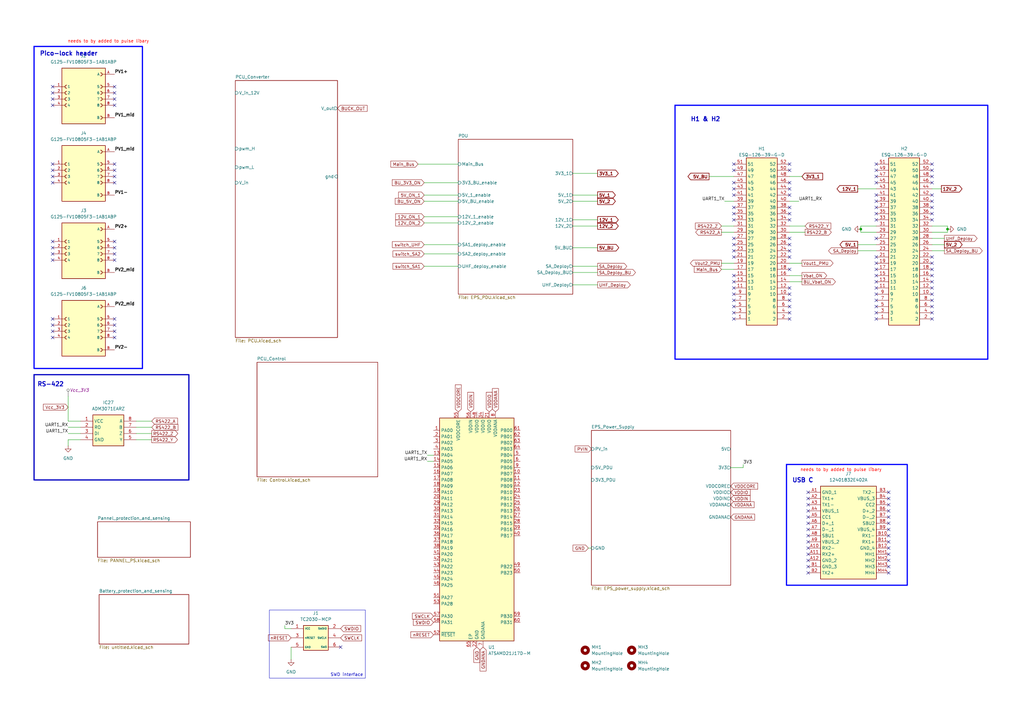
<source format=kicad_sch>
(kicad_sch (version 20250114) (generator "eeschema") (generator_version "9.0")
  (paper "A3")
  (title_block (title "PULSE - EPS") (date "2025-11-27") (rev "v4") (company "EPFL Spacecraft Team"))
  (lib_symbols
    (symbol "12401832E402A:12401832E402A"
      (property "Reference" "J" (at 29.21 7.62 0))
      (property "Value" "12401832E402A" (at 29.21 5.08 0))
      (symbol "12401832E402A_1_1"
        (rectangle (start 5.08 2.54) (end 27.94 -35.56) (stroke (width 0.254)) (fill (type background)))
        (pin passive line (at 0 0 0) (length 5.08) (name "GND_1") (number "A1"))
        (pin passive line (at 0 -2.54 0) (length 5.08) (name "TX1+") (number "A2"))
        (pin passive line (at 0 -5.08 0) (length 5.08) (name "TX1-") (number "A3"))
        (pin passive line (at 0 -7.62 0) (length 5.08) (name "VBUS_1") (number "A4"))
        (pin passive line (at 0 -10.16 0) (length 5.08) (name "CC1") (number "A5"))
        (pin passive line (at 0 -12.7 0) (length 5.08) (name "D+_1") (number "A6"))
        (pin passive line (at 0 -15.24 0) (length 5.08) (name "D-_1") (number "A7"))
        (pin passive line (at 0 -17.78 0) (length 5.08) (name "SBU1") (number "A8"))
        (pin passive line (at 0 -20.32 0) (length 5.08) (name "VBUS_2") (number "A9"))
        (pin passive line (at 0 -22.86 0) (length 5.08) (name "RX2-") (number "A10"))
        (pin passive line (at 0 -25.4 0) (length 5.08) (name "RX2+") (number "A11"))
        (pin passive line (at 0 -27.94 0) (length 5.08) (name "GND_2") (number "A12"))
        (pin passive line (at 0 -30.48 0) (length 5.08) (name "GND_3") (number "B1"))
        (pin passive line (at 0 -33.02 0) (length 5.08) (name "TX2+") (number "B2"))
        (pin passive line (at 33.02 0 180) (length 5.08) (name "TX2-") (number "B3"))
        (pin passive line (at 33.02 -2.54 180) (length 5.08) (name "VBUS_3") (number "B4"))
        (pin passive line (at 33.02 -5.08 180) (length 5.08) (name "CC2") (number "B5"))
        (pin passive line (at 33.02 -7.62 180) (length 5.08) (name "D+_2") (number "B6"))
        (pin passive line (at 33.02 -10.16 180) (length 5.08) (name "D-_2") (number "B7"))
        (pin passive line (at 33.02 -12.7 180) (length 5.08) (name "SBU2") (number "B8"))
        (pin passive line (at 33.02 -15.24 180) (length 5.08) (name "VBUS_4") (number "B9"))
        (pin passive line (at 33.02 -17.78 180) (length 5.08) (name "RX1-") (number "B10"))
        (pin passive line (at 33.02 -20.32 180) (length 5.08) (name "RX1+") (number "B11"))
        (pin passive line (at 33.02 -22.86 180) (length 5.08) (name "GND_4") (number "B12"))
        (pin passive line (at 33.02 -25.4 180) (length 5.08) (name "MH1") (number "MH1"))
        (pin passive line (at 33.02 -27.94 180) (length 5.08) (name "MH2") (number "MH2"))
        (pin passive line (at 33.02 -30.48 180) (length 5.08) (name "MH3") (number "MH3"))
        (pin passive line (at 33.02 -33.02 180) (length 5.08) (name "MH4") (number "MH4"))
      )
    )
    (symbol "EPS_Library:ADM3071EARZ"
      (property "Reference" "IC" (at 19.05 7.62 0))
      (property "Value" "ADM3071EARZ" (at 19.05 5.08 0))
      (symbol "ADM3071EARZ_1_1"
        (rectangle (start 5.08 2.54) (end 17.78 -10.16) (stroke (width 0.254)) (fill (type background)))
        (pin passive line (at 0 0 0) (length 5.08) (name "VCC") (number "1"))
        (pin passive line (at 0 -2.54 0) (length 5.08) (name "RO") (number "2"))
        (pin passive line (at 0 -5.08 0) (length 5.08) (name "DI") (number "3"))
        (pin passive line (at 0 -7.62 0) (length 5.08) (name "GND") (number "4"))
        (pin passive line (at 22.86 0 180) (length 5.08) (name "A") (number "8"))
        (pin passive line (at 22.86 -2.54 180) (length 5.08) (name "B") (number "7"))
        (pin passive line (at 22.86 -5.08 180) (length 5.08) (name "Z") (number "6"))
        (pin passive line (at 22.86 -7.62 180) (length 5.08) (name "Y") (number "5"))
      )
    )
    (symbol "EPS_Library:ESQ-126-39-G-D"
      (property "Reference" "J" (at 19.05 7.62 0))
      (property "Value" "ESQ-126-39-G-D" (at 19.05 5.08 0))
      (property "Mouser Link" "https://www.mouser.ch/ProductDetail/Samtec/ESQ-126-39-G-D?qs=Cqqh%252BS766wm7W672HSOlSA%3D%3D" (at 0 0 0))
      (property "Pin length" "12.19 mm" (at 0 0 0))
      (property "Number of Positions" "2x26" (at 0 0 0))
      (symbol "ESQ-126-39-G-D_1_1"
        (rectangle (start 5.08 2.54) (end 17.78 -66.04) (stroke (width 0.254)) (fill (type background)))
        (pin passive line (at 0 0 0) (length 5.08) (name "51") (number "51"))
        (pin passive line (at 0 -2.54 0) (length 5.08) (name "49") (number "49"))
        (pin passive line (at 0 -5.08 0) (length 5.08) (name "47") (number "47"))
        (pin passive line (at 0 -7.62 0) (length 5.08) (name "45") (number "45"))
        (pin passive line (at 0 -10.16 0) (length 5.08) (name "43") (number "43"))
        (pin passive line (at 0 -12.7 0) (length 5.08) (name "41") (number "41"))
        (pin passive line (at 0 -15.24 0) (length 5.08) (name "39") (number "39"))
        (pin passive line (at 0 -17.78 0) (length 5.08) (name "37") (number "37"))
        (pin passive line (at 0 -20.32 0) (length 5.08) (name "35") (number "35"))
        (pin passive line (at 0 -22.86 0) (length 5.08) (name "33") (number "33"))
        (pin passive line (at 0 -25.4 0) (length 5.08) (name "31") (number "31"))
        (pin passive line (at 0 -27.94 0) (length 5.08) (name "29") (number "29"))
        (pin passive line (at 0 -30.48 0) (length 5.08) (name "27") (number "27"))
        (pin passive line (at 0 -33.02 0) (length 5.08) (name "25") (number "25"))
        (pin passive line (at 0 -35.56 0) (length 5.08) (name "23") (number "23"))
        (pin passive line (at 0 -38.1 0) (length 5.08) (name "21") (number "21"))
        (pin passive line (at 0 -40.64 0) (length 5.08) (name "19") (number "19"))
        (pin passive line (at 0 -43.18 0) (length 5.08) (name "17") (number "17"))
        (pin passive line (at 0 -45.72 0) (length 5.08) (name "15") (number "15"))
        (pin passive line (at 0 -48.26 0) (length 5.08) (name "13") (number "13"))
        (pin passive line (at 0 -50.8 0) (length 5.08) (name "11") (number "11"))
        (pin passive line (at 0 -53.34 0) (length 5.08) (name "9") (number "9"))
        (pin passive line (at 0 -55.88 0) (length 5.08) (name "7") (number "7"))
        (pin passive line (at 0 -58.42 0) (length 5.08) (name "5") (number "5"))
        (pin passive line (at 0 -60.96 0) (length 5.08) (name "3") (number "3"))
        (pin passive line (at 0 -63.5 0) (length 5.08) (name "1") (number "1"))
        (pin passive line (at 22.86 0 180) (length 5.08) (name "52") (number "52"))
        (pin passive line (at 22.86 -2.54 180) (length 5.08) (name "50") (number "50"))
        (pin passive line (at 22.86 -5.08 180) (length 5.08) (name "48") (number "48"))
        (pin passive line (at 22.86 -7.62 180) (length 5.08) (name "46") (number "46"))
        (pin passive line (at 22.86 -10.16 180) (length 5.08) (name "44") (number "44"))
        (pin passive line (at 22.86 -12.7 180) (length 5.08) (name "42") (number "42"))
        (pin passive line (at 22.86 -15.24 180) (length 5.08) (name "40") (number "40"))
        (pin passive line (at 22.86 -17.78 180) (length 5.08) (name "38") (number "38"))
        (pin passive line (at 22.86 -20.32 180) (length 5.08) (name "36") (number "36"))
        (pin passive line (at 22.86 -22.86 180) (length 5.08) (name "34") (number "34"))
        (pin passive line (at 22.86 -25.4 180) (length 5.08) (name "32") (number "32"))
        (pin passive line (at 22.86 -27.94 180) (length 5.08) (name "30") (number "30"))
        (pin passive line (at 22.86 -30.48 180) (length 5.08) (name "28") (number "28"))
        (pin passive line (at 22.86 -33.02 180) (length 5.08) (name "26") (number "26"))
        (pin passive line (at 22.86 -35.56 180) (length 5.08) (name "24") (number "24"))
        (pin passive line (at 22.86 -38.1 180) (length 5.08) (name "22") (number "22"))
        (pin passive line (at 22.86 -40.64 180) (length 5.08) (name "20") (number "20"))
        (pin passive line (at 22.86 -43.18 180) (length 5.08) (name "18") (number "18"))
        (pin passive line (at 22.86 -45.72 180) (length 5.08) (name "16") (number "16"))
        (pin passive line (at 22.86 -48.26 180) (length 5.08) (name "14") (number "14"))
        (pin passive line (at 22.86 -50.8 180) (length 5.08) (name "12") (number "12"))
        (pin passive line (at 22.86 -53.34 180) (length 5.08) (name "10") (number "10"))
        (pin passive line (at 22.86 -55.88 180) (length 5.08) (name "8") (number "8"))
        (pin passive line (at 22.86 -58.42 180) (length 5.08) (name "6") (number "6"))
        (pin passive line (at 22.86 -60.96 180) (length 5.08) (name "4") (number "4"))
        (pin passive line (at 22.86 -63.5 180) (length 5.08) (name "2") (number "2"))
      )
    )
    (symbol "G125-FV10805F3-1AB1ABP:G125-FV10805F3-1AB1ABP" (pin_names (offset 1.016))
      (property "Reference" "J" (at -7.62 13.462 0))
      (property "Value" "G125-FV10805F3-1AB1ABP" (at -7.62 -12.7 0))
      (symbol "G125-FV10805F3-1AB1ABP_0_0"
        (rectangle (start -8.89 -10.16) (end 8.89 12.7) (stroke (width 0.254)) (fill (type background)))
        (arc (start -6.985 4.445) (mid -7.6172 5.08) (end -6.985 5.715) (stroke (width 0.254)))
        (arc (start -6.985 1.905) (mid -7.6172 2.54) (end -6.985 3.175) (stroke (width 0.254)))
        (arc (start -6.985 -0.635) (mid -7.6172 0) (end -6.985 0.635) (stroke (width 0.254)))
        (arc (start -6.985 -3.175) (mid -7.6172 -2.54) (end -6.985 -1.905) (stroke (width 0.254)))
        (arc (start 6.985 10.795) (mid 7.617 10.16) (end 6.985 9.525) (stroke (width 0.254)))
        (arc (start 6.985 5.715) (mid 7.617 5.08) (end 6.985 4.445) (stroke (width 0.254)))
        (arc (start 6.985 3.175) (mid 7.617 2.54) (end 6.985 1.905) (stroke (width 0.254)))
        (arc (start 6.985 0.635) (mid 7.617 0) (end 6.985 -0.635) (stroke (width 0.254)))
        (arc (start 6.985 -1.905) (mid 7.617 -2.54) (end 6.985 -3.175) (stroke (width 0.254)))
        (arc (start 6.985 -6.985) (mid 7.617 -7.62) (end 6.985 -8.255) (stroke (width 0.254)))
        (pin passive line (at -12.7 5.08 0) (length 5.08) (name "1") (number "1"))
        (pin passive line (at -12.7 2.54 0) (length 5.08) (name "2") (number "2"))
        (pin passive line (at -12.7 0 0) (length 5.08) (name "3") (number "3"))
        (pin passive line (at -12.7 -2.54 0) (length 5.08) (name "4") (number "4"))
        (pin power_in line (at 12.7 10.16 180) (length 5.08) (name "A") (number "A"))
        (pin passive line (at 12.7 5.08 180) (length 5.08) (name "5") (number "5"))
        (pin passive line (at 12.7 2.54 180) (length 5.08) (name "6") (number "6"))
        (pin passive line (at 12.7 0 180) (length 5.08) (name "7") (number "7"))
        (pin passive line (at 12.7 -2.54 180) (length 5.08) (name "8") (number "8"))
        (pin power_in line (at 12.7 -7.62 180) (length 5.08) (name "B") (number "B"))
      )
    )
    (symbol "MCU_Microchip_SAMD:ATSAMD21J17D-M"
      (property "Reference" "U" (at -13.97 46.99 0))
      (property "Value" "ATSAMD21J17D-M" (at 16.51 46.99 0))
      (symbol "ATSAMD21J17D-M_0_1"
        (rectangle (start -15.24 45.72) (end 15.24 -45.72) (stroke (width 0.254)) (fill (type background)))
      )
      (symbol "ATSAMD21J17D-M_1_1"
        (pin bidirectional line (at -17.78 40.64 0) (length 2.54) (name "PA00") (number "1"))
        (pin bidirectional line (at -17.78 38.1 0) (length 2.54) (name "PA01") (number "2"))
        (pin bidirectional line (at -17.78 35.56 0) (length 2.54) (name "PA02") (number "3"))
        (pin bidirectional line (at -17.78 33.02 0) (length 2.54) (name "PA03") (number "4"))
        (pin bidirectional line (at -17.78 30.48 0) (length 2.54) (name "PA04") (number "13"))
        (pin bidirectional line (at -17.78 27.94 0) (length 2.54) (name "PA05") (number "14"))
        (pin bidirectional line (at -17.78 25.4 0) (length 2.54) (name "PA06") (number "15"))
        (pin bidirectional line (at -17.78 22.86 0) (length 2.54) (name "PA07") (number "16"))
        (pin bidirectional line (at -17.78 20.32 0) (length 2.54) (name "PA08") (number "17"))
        (pin bidirectional line (at -17.78 17.78 0) (length 2.54) (name "PA09") (number "18"))
        (pin bidirectional line (at -17.78 15.24 0) (length 2.54) (name "PA10") (number "19"))
        (pin bidirectional line (at -17.78 12.7 0) (length 2.54) (name "PA11") (number "20"))
        (pin bidirectional line (at -17.78 10.16 0) (length 2.54) (name "PA12") (number "29"))
        (pin bidirectional line (at -17.78 7.62 0) (length 2.54) (name "PA13") (number "30"))
        (pin bidirectional line (at -17.78 5.08 0) (length 2.54) (name "PA14") (number "31"))
        (pin bidirectional line (at -17.78 2.54 0) (length 2.54) (name "PA15") (number "32"))
        (pin bidirectional line (at -17.78 0 0) (length 2.54) (name "PA16") (number "35"))
        (pin bidirectional line (at -17.78 -2.54 0) (length 2.54) (name "PA17") (number "36"))
        (pin bidirectional line (at -17.78 -5.08 0) (length 2.54) (name "PA18") (number "37"))
        (pin bidirectional line (at -17.78 -7.62 0) (length 2.54) (name "PA19") (number "38"))
        (pin bidirectional line (at -17.78 -10.16 0) (length 2.54) (name "PA20") (number "41"))
        (pin bidirectional line (at -17.78 -12.7 0) (length 2.54) (name "PA21") (number "42"))
        (pin bidirectional line (at -17.78 -15.24 0) (length 2.54) (name "PA22") (number "43"))
        (pin bidirectional line (at -17.78 -17.78 0) (length 2.54) (name "PA23") (number "44"))
        (pin bidirectional line (at -17.78 -20.32 0) (length 2.54) (name "PA24") (number "45"))
        (pin bidirectional line (at -17.78 -22.86 0) (length 2.54) (name "PA25") (number "46"))
        (pin bidirectional line (at -17.78 -27.94 0) (length 2.54) (name "PA27") (number "51"))
        (pin bidirectional line (at -17.78 -30.48 0) (length 2.54) (name "PA28") (number "53"))
        (pin bidirectional line (at -17.78 -35.56 0) (length 2.54) (name "PA30") (number "57"))
        (pin bidirectional line (at -17.78 -38.1 0) (length 2.54) (name "PA31") (number "58"))
        (pin input line (at -17.78 -43.18 0) (length 2.54) (name "~{RESET}") (number "52"))
        (pin power_out line (at -7.62 48.26 270) (length 2.54) (name "VDDCORE") (number "55"))
        (pin power_in line (at -2.54 48.26 270) (length 2.54) (name "VDDIN") (number "56"))
        (pin passive line (at -2.54 -48.26 90) (length 2.54) (name "EP") (number "65"))
        (pin power_in line (at 0 48.26 270) (length 2.54) (name "VDDIO") (number "48"))
        (pin power_in line (at 0 -48.26 90) (length 2.54) (name "GND") (number "22"))
        (pin passive line (at 0 -48.26 90) (length 2.54) (hide yes) (name "GND") (number "33"))
        (pin passive line (at 0 -48.26 90) (length 2.54) (hide yes) (name "GND") (number "47"))
        (pin passive line (at 0 -48.26 90) (length 2.54) (hide yes) (name "GND") (number "54"))
        (pin power_in line (at 2.54 48.26 270) (length 2.54) (name "VDDIO") (number "34"))
        (pin power_in line (at 2.54 -48.26 90) (length 2.54) (name "GNDANA") (number "7"))
        (pin power_in line (at 5.08 48.26 270) (length 2.54) (name "VDDIO") (number "21"))
        (pin power_in line (at 7.62 48.26 270) (length 2.54) (name "VDDANA") (number "8"))
        (pin bidirectional line (at 17.78 40.64 180) (length 2.54) (name "PB00") (number "61"))
        (pin bidirectional line (at 17.78 38.1 180) (length 2.54) (name "PB01") (number "62"))
        (pin bidirectional line (at 17.78 35.56 180) (length 2.54) (name "PB02") (number "63"))
        (pin bidirectional line (at 17.78 33.02 180) (length 2.54) (name "PB03") (number "64"))
        (pin bidirectional line (at 17.78 30.48 180) (length 2.54) (name "PB04") (number "5"))
        (pin bidirectional line (at 17.78 27.94 180) (length 2.54) (name "PB05") (number "6"))
        (pin bidirectional line (at 17.78 25.4 180) (length 2.54) (name "PB06") (number "9"))
        (pin bidirectional line (at 17.78 22.86 180) (length 2.54) (name "PB07") (number "10"))
        (pin bidirectional line (at 17.78 20.32 180) (length 2.54) (name "PB08") (number "11"))
        (pin bidirectional line (at 17.78 17.78 180) (length 2.54) (name "PB09") (number "12"))
        (pin bidirectional line (at 17.78 15.24 180) (length 2.54) (name "PB10") (number "23"))
        (pin bidirectional line (at 17.78 12.7 180) (length 2.54) (name "PB11") (number "24"))
        (pin bidirectional line (at 17.78 10.16 180) (length 2.54) (name "PB12") (number "25"))
        (pin bidirectional line (at 17.78 7.62 180) (length 2.54) (name "PB13") (number "26"))
        (pin bidirectional line (at 17.78 5.08 180) (length 2.54) (name "PB14") (number "27"))
        (pin bidirectional line (at 17.78 2.54 180) (length 2.54) (name "PB15") (number "28"))
        (pin bidirectional line (at 17.78 0 180) (length 2.54) (name "PB16") (number "39"))
        (pin bidirectional line (at 17.78 -2.54 180) (length 2.54) (name "PB17") (number "40"))
        (pin bidirectional line (at 17.78 -15.24 180) (length 2.54) (name "PB22") (number "49"))
        (pin bidirectional line (at 17.78 -17.78 180) (length 2.54) (name "PB23") (number "50"))
        (pin bidirectional line (at 17.78 -35.56 180) (length 2.54) (name "PB30") (number "59"))
        (pin bidirectional line (at 17.78 -38.1 180) (length 2.54) (name "PB31") (number "60"))
      )
    )
    (symbol "Mechanical:MountingHole" (pin_names (offset 1.016)) (exclude_from_sim yes) (in_bom no)
      (property "Reference" "H" (at 0 5.08 0))
      (property "Value" "MountingHole" (at 0 3.175 0))
      (symbol "MountingHole_0_1"
        (circle (center 0 0) (radius 1.27) (stroke (width 1.27)))
      )
    )
    (symbol "PULSE_Library:TC2030-MCP"
      (property "Reference" "J" (at 16.51 7.62 0))
      (property "Value" "TC2030-MCP" (at 16.51 5.08 0))
      (symbol "TC2030-MCP_1_1"
        (rectangle (start 5.08 2.54) (end 15.24 -7.62) (stroke (width 0.254)) (fill (type background)))
        (pin passive line (at 0 1.27 0) (length 5.08) (name "VCC") (number "1"))
        (pin passive line (at 0 -2.54 0) (length 5.08) (name "nRESET") (number "3"))
        (pin passive line (at 0 -6.35 0) (length 5.08) (name "GND") (number "5"))
        (pin passive line (at 20.32 1.27 180) (length 5.08) (name "SWDIO") (number "2"))
        (pin passive line (at 20.32 -2.54 180) (length 5.08) (name "SWCLK") (number "4"))
        (pin passive line (at 20.3693 -6.2844 180) (length 5.08) (name "SWO") (number "6"))
      )
    )
    (symbol "power:GND" (power) (pin_numbers (hide yes)) (pin_names (offset 0) (hide yes))
      (property "Value" "GND" (at 0 -3.81 0))
      (symbol "GND_0_1"
        (polyline (pts (xy 0 0) (xy 0 -1.27) (xy 1.27 -1.27) (xy 0 -2.54) (xy -1.27 -1.27) (xy 0 -1.27)))
      )
      (symbol "GND_1_1"
        (pin power_in line (at 0 0 270) (length 0) (name "~") (number "1"))
      )
    )
    (symbol "power:GND1" (power) (pin_numbers (hide yes)) (pin_names (offset 0) (hide yes))
      (property "Value" "GND1" (at 0 -3.81 0))
      (symbol "GND1_0_1"
        (polyline (pts (xy 0 0) (xy 0 -1.27) (xy 1.27 -1.27) (xy 0 -2.54) (xy -1.27 -1.27) (xy 0 -1.27)))
      )
      (symbol "GND1_1_1"
        (pin power_in line (at 0 0 270) (length 0) (name "~") (number "1"))
      )
    )
  )
  (rectangle (start 110.49 250.19) (end 149.86 278.13))
  (rectangle (start 276.86 43.18) (end 405.13 147.32) (stroke (width 0.5) (color 0 0 255 1)))
  (rectangle (start 13.97 153.67) (end 77.47 196.85) (stroke (width 0.5)))
  (rectangle (start 13.97 19.05) (end 58.42 151.13) (stroke (width 0.5) (color 0 0 255 1)))
  (rectangle (start 322.58 190.5) (end 372.11 240.03) (stroke (width 0.5) (color 0 0 255 1)))
  (text "USB C" (at 324.866 198.12 0) (effects (font (size 1.75 1.75) (bold yes)) (justify left bottom)))
  (text "needs to by added to pulse libary\n" (at 44.45 17.018 0) (effects (font (size 1.27 1.27))))
  (text "RS-422\n" (at 15.24 158.75 0) (effects (font (size 1.75 1.75) (thickness 0.35) (bold yes)) (justify left bottom)))
  (text "needs to by added to pulse libary\n" (at 344.932 192.786 0) (effects (font (size 1.27 1.27))))
  (text "SWD interface\n" (at 142.24 276.86 0) (effects (font (size 1.27 1.27))))
  (text "H1 & H2" (at 283.21 50.038 0) (effects (font (size 1.75 1.75) (thickness 0.35) (bold yes)) (justify left bottom)))
  (text "Pico-lock header" (at 16.256 23.114 0) (effects (font (size 1.75 1.75) (bold yes)) (justify left bottom)))
  (junction (at 353.06 93.98))
  (junction (at 388.62 93.98))
  (no_connect (at 46.99 69.85))
  (no_connect (at 323.85 125.73))
  (no_connect (at 46.99 43.18))
  (no_connect (at 382.27 118.11))
  (no_connect (at 21.59 106.68))
  (no_connect (at 21.59 99.06))
  (no_connect (at 382.27 67.31))
  (no_connect (at 382.27 123.19))
  (no_connect (at 46.99 99.06))
  (no_connect (at 382.27 85.09))
  (no_connect (at 364.49 229.87))
  (no_connect (at 300.99 90.17))
  (no_connect (at 382.27 72.39))
  (no_connect (at 331.47 217.17))
  (no_connect (at 21.59 67.31))
  (no_connect (at 300.99 123.19))
  (no_connect (at 323.85 123.19))
  (no_connect (at 331.47 227.33))
  (no_connect (at 323.85 100.33))
  (no_connect (at 323.85 85.09))
  (no_connect (at 300.99 105.41))
  (no_connect (at 359.41 80.01))
  (no_connect (at 21.59 138.43))
  (no_connect (at 46.99 133.35))
  (no_connect (at 300.99 120.65))
  (no_connect (at 300.99 100.33))
  (no_connect (at 331.47 201.93))
  (no_connect (at 46.99 138.43))
  (no_connect (at 364.49 217.17))
  (no_connect (at 21.59 130.81))
  (no_connect (at 21.59 74.93))
  (no_connect (at 382.27 87.63))
  (no_connect (at 323.85 97.79))
  (no_connect (at 331.47 229.87))
  (no_connect (at 359.41 82.55))
  (no_connect (at 323.85 90.17))
  (no_connect (at 382.27 105.41))
  (no_connect (at 331.47 232.41))
  (no_connect (at 46.99 130.81))
  (no_connect (at 21.59 104.14))
  (no_connect (at 323.85 102.87))
  (no_connect (at 359.41 130.81))
  (no_connect (at 46.99 106.68))
  (no_connect (at 21.59 69.85))
  (no_connect (at 382.27 90.17))
  (no_connect (at 382.27 107.95))
  (no_connect (at 300.99 85.09))
  (no_connect (at 46.99 135.89))
  (no_connect (at 46.99 38.1))
  (no_connect (at 21.59 43.18))
  (no_connect (at 359.41 110.49))
  (no_connect (at 382.27 115.57))
  (no_connect (at 331.47 214.63))
  (no_connect (at 300.99 113.03))
  (no_connect (at 364.49 214.63))
  (no_connect (at 331.47 224.79))
  (no_connect (at 331.47 204.47))
  (no_connect (at 300.99 102.87))
  (no_connect (at 323.85 87.63))
  (no_connect (at 21.59 40.64))
  (no_connect (at 46.99 101.6))
  (no_connect (at 139.7 265.43))
  (no_connect (at 323.85 69.85))
  (no_connect (at 300.99 115.57))
  (no_connect (at 359.41 74.93))
  (no_connect (at 382.27 110.49))
  (no_connect (at 359.41 128.27))
  (no_connect (at 364.49 212.09))
  (no_connect (at 331.47 219.71))
  (no_connect (at 382.27 120.65))
  (no_connect (at 364.49 224.79))
  (no_connect (at 364.49 222.25))
  (no_connect (at 331.47 207.01))
  (no_connect (at 364.49 232.41))
  (no_connect (at 323.85 118.11))
  (no_connect (at 46.99 74.93))
  (no_connect (at 21.59 38.1))
  (no_connect (at 359.41 123.19))
  (no_connect (at 364.49 219.71))
  (no_connect (at 359.41 72.39))
  (no_connect (at 323.85 128.27))
  (no_connect (at 382.27 113.03))
  (no_connect (at 382.27 74.93))
  (no_connect (at 382.27 130.81))
  (no_connect (at 359.41 105.41))
  (no_connect (at 323.85 120.65))
  (no_connect (at 382.27 69.85))
  (no_connect (at 382.27 125.73))
  (no_connect (at 46.99 40.64))
  (no_connect (at 364.49 201.93))
  (no_connect (at 300.99 80.01))
  (no_connect (at 21.59 35.56))
  (no_connect (at 46.99 104.14))
  (no_connect (at 359.41 113.03))
  (no_connect (at 46.99 35.56))
  (no_connect (at 323.85 77.47))
  (no_connect (at 364.49 207.01))
  (no_connect (at 300.99 97.79))
  (no_connect (at 323.85 110.49))
  (no_connect (at 364.49 234.95))
  (no_connect (at 300.99 77.47))
  (no_connect (at 21.59 135.89))
  (no_connect (at 382.27 80.01))
  (no_connect (at 359.41 90.17))
  (no_connect (at 382.27 128.27))
  (no_connect (at 359.41 125.73))
  (no_connect (at 323.85 80.01))
  (no_connect (at 364.49 209.55))
  (no_connect (at 359.41 67.31))
  (no_connect (at 300.99 74.93))
  (no_connect (at 359.41 120.65))
  (no_connect (at 323.85 67.31))
  (no_connect (at 323.85 130.81))
  (no_connect (at 359.41 85.09))
  (no_connect (at 359.41 118.11))
  (no_connect (at 359.41 97.79))
  (no_connect (at 359.41 87.63))
  (no_connect (at 46.99 67.31))
  (no_connect (at 331.47 212.09))
  (no_connect (at 323.85 105.41))
  (no_connect (at 331.47 234.95))
  (no_connect (at 364.49 227.33))
  (no_connect (at 359.41 69.85))
  (no_connect (at 21.59 101.6))
  (no_connect (at 382.27 82.55))
  (no_connect (at 331.47 222.25))
  (no_connect (at 359.41 107.95))
  (no_connect (at 331.47 209.55))
  (no_connect (at 21.59 72.39))
  (no_connect (at 300.99 87.63))
  (no_connect (at 359.41 115.57))
  (no_connect (at 300.99 118.11))
  (no_connect (at 300.99 67.31))
  (no_connect (at 300.99 69.85))
  (no_connect (at 46.99 72.39))
  (no_connect (at 300.99 130.81))
  (no_connect (at 364.49 204.47))
  (no_connect (at 300.99 125.73))
  (no_connect (at 323.85 74.93))
  (no_connect (at 21.59 133.35))
  (no_connect (at 300.99 128.27))
  (wire (pts (xy 353.06 95.25) (xy 359.41 95.25)))
  (wire (pts (xy 351.79 102.87) (xy 359.41 102.87)))
  (wire (pts (xy 323.85 113.03) (xy 328.93 113.03)))
  (wire (pts (xy 234.95 109.22) (xy 245.11 109.22)))
  (wire (pts (xy 173.99 82.55) (xy 187.96 82.55)))
  (wire (pts (xy 323.85 92.71) (xy 330.2 92.71)))
  (wire (pts (xy 323.85 115.57) (xy 328.93 115.57)))
  (wire (pts (xy 299.72 191.77) (xy 304.8 191.77)))
  (wire (pts (xy 234.95 90.17) (xy 245.11 90.17)))
  (wire (pts (xy 382.27 77.47) (xy 386.08 77.47)))
  (wire (pts (xy 116.84 256.54) (xy 116.84 257.81)))
  (wire (pts (xy 234.95 92.71) (xy 245.11 92.71)))
  (wire (pts (xy 33.02 180.34) (xy 27.94 180.34)))
  (wire (pts (xy 382.27 95.25) (xy 388.62 95.25)))
  (wire (pts (xy 234.95 116.84) (xy 245.11 116.84)))
  (wire (pts (xy 27.94 180.34) (xy 27.94 182.88)))
  (wire (pts (xy 382.27 97.79) (xy 387.35 97.79)))
  (wire (pts (xy 173.99 80.01) (xy 187.96 80.01)))
  (wire (pts (xy 323.85 82.55) (xy 327.66 82.55)))
  (wire (pts (xy 55.88 172.72) (xy 62.23 172.72)))
  (wire (pts (xy 173.99 88.9) (xy 187.96 88.9)))
  (wire (pts (xy 351.79 77.47) (xy 359.41 77.47)))
  (wire (pts (xy 297.18 82.55) (xy 300.99 82.55)))
  (wire (pts (xy 388.62 93.98) (xy 388.62 95.25)))
  (wire (pts (xy 323.85 72.39) (xy 328.93 72.39)))
  (wire (pts (xy 241.3 224.79) (xy 242.57 224.79)))
  (wire (pts (xy 353.06 92.71) (xy 353.06 93.98)))
  (wire (pts (xy 323.85 107.95) (xy 328.93 107.95)))
  (wire (pts (xy 175.26 186.69) (xy 177.8 186.69)))
  (wire (pts (xy 290.83 72.39) (xy 300.99 72.39)))
  (wire (pts (xy 382.27 92.71) (xy 388.62 92.71)))
  (wire (pts (xy 304.8 190.5) (xy 304.8 191.77)))
  (wire (pts (xy 323.85 95.25) (xy 330.2 95.25)))
  (wire (pts (xy 351.79 100.33) (xy 359.41 100.33)))
  (wire (pts (xy 27.94 175.26) (xy 33.02 175.26)))
  (wire (pts (xy 173.99 91.44) (xy 187.96 91.44)))
  (wire (pts (xy 171.45 67.31) (xy 187.96 67.31)))
  (wire (pts (xy 55.88 175.26) (xy 62.23 175.26)))
  (wire (pts (xy 359.41 92.71) (xy 353.06 92.71)))
  (wire (pts (xy 27.94 162.56) (xy 27.94 172.72)))
  (wire (pts (xy 119.38 265.43) (xy 119.38 270.51)))
  (wire (pts (xy 295.91 107.95) (xy 300.99 107.95)))
  (wire (pts (xy 234.95 82.55) (xy 245.11 82.55)))
  (wire (pts (xy 353.06 93.98) (xy 353.06 95.25)))
  (wire (pts (xy 295.91 95.25) (xy 300.99 95.25)))
  (wire (pts (xy 55.88 177.8) (xy 62.23 177.8)))
  (wire (pts (xy 234.95 101.6) (xy 245.11 101.6)))
  (wire (pts (xy 173.99 100.33) (xy 187.96 100.33)))
  (wire (pts (xy 175.26 189.23) (xy 177.8 189.23)))
  (wire (pts (xy 173.99 109.22) (xy 187.96 109.22)))
  (wire (pts (xy 382.27 100.33) (xy 387.35 100.33)))
  (wire (pts (xy 234.95 80.01) (xy 245.11 80.01)))
  (wire (pts (xy 295.91 110.49) (xy 300.99 110.49)))
  (wire (pts (xy 234.95 111.76) (xy 245.11 111.76)))
  (wire (pts (xy 382.27 102.87) (xy 387.35 102.87)))
  (wire (pts (xy 173.99 74.93) (xy 187.96 74.93)))
  (wire (pts (xy 173.99 104.14) (xy 187.96 104.14)))
  (wire (pts (xy 234.95 71.12) (xy 245.11 71.12)))
  (wire (pts (xy 55.88 180.34) (xy 62.23 180.34)))
  (wire (pts (xy 33.02 172.72) (xy 27.94 172.72)))
  (wire (pts (xy 27.94 177.8) (xy 33.02 177.8)))
  (wire (pts (xy 295.91 92.71) (xy 300.99 92.71)))
  (wire (pts (xy 116.84 257.81) (xy 119.38 257.81)))
  (wire (pts (xy 388.62 92.71) (xy 388.62 93.98)))
  (label "PV2_mid" (at 46.99 125.73 0) (effects (font (bold yes))))
  (label "3V3" (at 116.84 256.54 0))
  (label "PV2_mid" (at 46.99 111.76 0) (effects (font (bold yes))))
  (label "UART1_TX" (at 297.18 82.55 180))
  (label "UART1_TX" (at 175.26 186.69 180))
  (label "3V3" (at 304.8 190.5 0))
  (label "PV1_mid" (at 46.99 48.26 0) (effects (font (bold yes))))
  (label "PV1-" (at 46.99 80.01 0) (effects (font (bold yes))))
  (label "UART1_RX" (at 175.26 189.23 180))
  (label "PV2+" (at 46.99 93.98 0) (effects (font (bold yes))))
  (label "PV1_mid" (at 46.99 62.23 0) (effects (font (bold yes))))
  (label "PV2-" (at 46.99 143.51 0) (effects (font (bold yes))))
  (label "PV1+" (at 46.99 30.48 0) (effects (font (bold yes))))
  (label "UART1_TX" (at 27.94 177.8 180))
  (label "UART1_RX" (at 27.94 175.26 180))
  (label "UART1_RX" (at 327.66 82.55 0))
  (global_label "UHF_Deploy" (shape output) (at 245.11 116.84 0) (property "Intersheetrefs" "${INTERSHEET_REFS}" (effects (hide yes))))
  (global_label "BU_5V_ON" (shape input) (at 173.99 82.55 180) (property "Intersheetrefs" "${INTERSHEET_REFS}" (effects (hide yes))))
  (global_label "switch_UHF" (shape input) (at 173.99 100.33 180) (property "Intersheetrefs" "${INTERSHEET_REFS}" (effects (hide yes))))
  (global_label "5V_2" (shape output) (at 387.35 100.33 0) (effects (font (bold yes))) (property "Intersheetrefs" "${INTERSHEET_REFS}" (effects (hide yes))))
  (global_label "SWCLK" (shape input) (at 177.8 252.73 180) (property "Intersheetrefs" "${INTERSHEET_REFS}" (effects (hide yes))))
  (global_label "Vbat_ON" (shape output) (at 328.93 113.03 0) (property "Intersheetrefs" "${INTERSHEET_REFS}" (effects (hide yes))))
  (global_label "switch_SA2" (shape input) (at 173.99 104.14 180) (property "Intersheetrefs" "${INTERSHEET_REFS}" (effects (hide yes))))
  (global_label "SA_Deploy" (shape output) (at 245.11 109.22 0) (property "Intersheetrefs" "${INTERSHEET_REFS}" (effects (hide yes))))
  (global_label "UHF_Deploy" (shape output) (at 387.35 97.79 0) (property "Intersheetrefs" "${INTERSHEET_REFS}" (effects (hide yes))))
  (global_label "Vout2_PMU" (shape output) (at 295.91 107.95 180) (property "Intersheetrefs" "${INTERSHEET_REFS}" (effects (hide yes))))
  (global_label "Main_Bus" (shape input) (at 295.91 110.49 180) (property "Intersheetrefs" "${INTERSHEET_REFS}" (effects (hide yes))))
  (global_label "RS422_A" (shape input) (at 62.23 172.72 0) (property "Intersheetrefs" "${INTERSHEET_REFS}" (effects (hide yes))))
  (global_label "SWDIO" (shape input) (at 139.7 257.81 0) (property "Intersheetrefs" "${INTERSHEET_REFS}" (effects (hide yes))))
  (global_label "5V_BU" (shape output) (at 290.83 72.39 180) (effects (font (bold yes))) (property "Intersheetrefs" "${INTERSHEET_REFS}" (effects (hide yes))))
  (global_label "12V_1" (shape output) (at 351.79 77.47 180) (effects (font (bold yes))) (property "Intersheetrefs" "${INTERSHEET_REFS}" (effects (hide yes))))
  (global_label "Main_Bus" (shape input) (at 171.45 67.31 180) (property "Intersheetrefs" "${INTERSHEET_REFS}" (effects (hide yes))))
  (global_label "VDDCORE" (shape input) (at 299.72 199.39 0) (property "Intersheetrefs" "${INTERSHEET_REFS}" (effects (hide yes))))
  (global_label "3V3_1" (shape output) (at 245.11 71.12 0) (effects (font (bold yes))) (property "Intersheetrefs" "${INTERSHEET_REFS}" (effects (hide yes))))
  (global_label "5V_1" (shape output) (at 245.11 80.01 0) (effects (font (bold yes))) (property "Intersheetrefs" "${INTERSHEET_REFS}" (effects (hide yes))))
  (global_label "GNDANA" (shape input) (at 198.12 265.43 270) (property "Intersheetrefs" "${INTERSHEET_REFS}" (effects (hide yes))))
  (global_label "SA_Deploy_BU" (shape output) (at 245.11 111.76 0) (property "Intersheetrefs" "${INTERSHEET_REFS}" (effects (hide yes))))
  (global_label "5V_1" (shape output) (at 351.79 100.33 180) (effects (font (bold yes))) (property "Intersheetrefs" "${INTERSHEET_REFS}" (effects (hide yes))))
  (global_label "GNDANA" (shape input) (at 299.72 212.09 0) (property "Intersheetrefs" "${INTERSHEET_REFS}" (effects (hide yes))))
  (global_label "SA_Deploy_BU" (shape output) (at 387.35 102.87 0) (property "Intersheetrefs" "${INTERSHEET_REFS}" (effects (hide yes))))
  (global_label "12V_ON_2" (shape input) (at 173.99 91.44 180) (property "Intersheetrefs" "${INTERSHEET_REFS}" (effects (hide yes))))
  (global_label "12V_1" (shape output) (at 245.11 90.17 0) (effects (font (bold yes))) (property "Intersheetrefs" "${INTERSHEET_REFS}" (effects (hide yes))))
  (global_label "nRESET" (shape input) (at 119.38 261.62 180) (property "Intersheetrefs" "${INTERSHEET_REFS}" (effects (hide yes))))
  (global_label "3V3_1" (shape input) (at 328.93 72.39 0) (effects (font (bold yes))) (property "Intersheetrefs" "${INTERSHEET_REFS}" (effects (hide yes))))
  (global_label "5V_ON_1" (shape input) (at 173.99 80.01 180) (property "Intersheetrefs" "${INTERSHEET_REFS}" (effects (hide yes))))
  (global_label "12V_ON_1" (shape input) (at 173.99 88.9 180) (property "Intersheetrefs" "${INTERSHEET_REFS}" (effects (hide yes))))
  (global_label "VDDIN" (shape input) (at 193.04 168.91 90) (property "Intersheetrefs" "${INTERSHEET_REFS}" (effects (hide yes))))
  (global_label "Vout1_PMU" (shape output) (at 328.93 107.95 0) (property "Intersheetrefs" "${INTERSHEET_REFS}" (effects (hide yes))))
  (global_label "RS422_Y" (shape input) (at 330.2 92.71 0) (property "Intersheetrefs" "${INTERSHEET_REFS}" (effects (hide yes))))
  (global_label "RS422_A" (shape output) (at 295.91 95.25 180) (property "Intersheetrefs" "${INTERSHEET_REFS}" (effects (hide yes))))
  (global_label "SWCLK" (shape input) (at 139.7 261.62 0) (property "Intersheetrefs" "${INTERSHEET_REFS}" (effects (hide yes))))
  (global_label "RS422_B" (shape output) (at 330.2 95.25 0) (property "Intersheetrefs" "${INTERSHEET_REFS}" (effects (hide yes))))
  (global_label "VDDIO" (shape input) (at 299.72 201.93 0) (property "Intersheetrefs" "${INTERSHEET_REFS}" (effects (hide yes))))
  (global_label "Vcc_3V3" (shape input) (at 27.94 167.005 180) (property "Intersheetrefs" "${INTERSHEET_REFS}" (effects (hide yes))))
  (global_label "BUCK_OUT" (shape input) (at 138.43 44.45 0) (property "Intersheetrefs" "${INTERSHEET_REFS}" (effects (hide yes))))
  (global_label "BU_Vbat_ON" (shape output) (at 328.93 115.57 0) (property "Intersheetrefs" "${INTERSHEET_REFS}" (effects (hide yes))))
  (global_label "SWDIO" (shape input) (at 177.8 255.27 180) (property "Intersheetrefs" "${INTERSHEET_REFS}" (effects (hide yes))))
  (global_label "RS422_Z" (shape output) (at 62.23 177.8 0) (property "Intersheetrefs" "${INTERSHEET_REFS}" (effects (hide yes))))
  (global_label "PVIN" (shape input) (at 242.57 184.15 180) (property "Intersheetrefs" "${INTERSHEET_REFS}" (effects (hide yes))))
  (global_label "BU_3V3_ON" (shape input) (at 173.99 74.93 180) (property "Intersheetrefs" "${INTERSHEET_REFS}" (effects (hide yes))))
  (global_label "RS422_Y" (shape output) (at 62.23 180.34 0) (property "Intersheetrefs" "${INTERSHEET_REFS}" (effects (hide yes))))
  (global_label "VDDANA" (shape input) (at 299.72 207.01 0) (property "Intersheetrefs" "${INTERSHEET_REFS}" (effects (hide yes))))
  (global_label "RS422_B" (shape input) (at 62.23 175.26 0) (property "Intersheetrefs" "${INTERSHEET_REFS}" (effects (hide yes))))
  (global_label "RS422_Z" (shape input) (at 295.91 92.71 180) (property "Intersheetrefs" "${INTERSHEET_REFS}" (effects (hide yes))))
  (global_label "12V_2" (shape output) (at 245.11 92.71 0) (effects (font (bold yes))) (property "Intersheetrefs" "${INTERSHEET_REFS}" (effects (hide yes))))
  (global_label "VDDCORE" (shape input) (at 187.96 168.91 90) (property "Intersheetrefs" "${INTERSHEET_REFS}" (effects (hide yes))))
  (global_label "GND" (shape input) (at 241.3 224.79 180) (property "Intersheetrefs" "${INTERSHEET_REFS}" (effects (hide yes))))
  (global_label "switch_SA1" (shape input) (at 173.99 109.22 180) (property "Intersheetrefs" "${INTERSHEET_REFS}" (effects (hide yes))))
  (global_label "5V_2" (shape output) (at 245.11 82.55 0) (effects (font (bold yes))) (property "Intersheetrefs" "${INTERSHEET_REFS}" (effects (hide yes))))
  (global_label "VDDANA" (shape input) (at 203.2 168.91 90) (property "Intersheetrefs" "${INTERSHEET_REFS}" (effects (hide yes))))
  (global_label "5V_BU" (shape output) (at 245.11 101.6 0) (effects (font (bold yes))) (property "Intersheetrefs" "${INTERSHEET_REFS}" (effects (hide yes))))
  (global_label "SA_Deploy" (shape output) (at 351.79 102.87 180) (property "Intersheetrefs" "${INTERSHEET_REFS}" (effects (hide yes))))
  (global_label "12V_2" (shape output) (at 386.08 77.47 0) (effects (font (bold yes))) (property "Intersheetrefs" "${INTERSHEET_REFS}" (effects (hide yes))))
  (global_label "nRESET" (shape input) (at 177.8 260.35 180) (property "Intersheetrefs" "${INTERSHEET_REFS}" (effects (hide yes))))
  (global_label "GND" (shape input) (at 195.58 265.43 270) (property "Intersheetrefs" "${INTERSHEET_REFS}" (effects (hide yes))))
  (global_label "VDDIO" (shape input) (at 200.66 168.91 90) (property "Intersheetrefs" "${INTERSHEET_REFS}" (effects (hide yes))))
  (global_label "VDDIN" (shape input) (at 299.72 204.47 0) (property "Intersheetrefs" "${INTERSHEET_REFS}" (effects (hide yes))))
  (netclass_flag "" (length 2.54) (shape round) (at 27.94 162.56 0) (property "Netclass" "Vcc_3V3" (at 28.6385 160.02 0) (effects (font (italic yes)) (justify left))))
  (symbol (lib_id "power:GND") (at 353.06 93.98 270) (unit 1)
    (property "Reference" "#PWR011" (effects (hide yes)))
    (property "Value" "GND" (at 349.25 93.9799 90) (effects (justify right)))
    (property "Description" "Power symbol creates a global label with name \"GND\" , ground" (effects (hide yes)))
  )
  (symbol (lib_id "MCU_Microchip_SAMD:ATSAMD21J17D-M") (at 195.58 217.17 0) (unit 1)
    (property "Reference" "U1" (at 200.2633 265.43 0) (effects (justify left)))
    (property "Value" "ATSAMD21J17D-M" (at 200.2633 267.97 0) (effects (justify left)))
    (property "Footprint" "Package_DFN_QFN:QFN-64-1EP_9x9mm_P0.5mm_EP4.7x4.7mm" (effects (hide yes)))
    (property "Datasheet" "http://ww1.microchip.com/downloads/en/DeviceDoc/SAM_D21_DA1_Family_Data%20Sheet_DS40001882E.pdf" (effects (hide yes)))
    (property "Description" "SAM D21 Microchip SMART ARM-based Flash MCU, 48Mhz, 128K Flash w/ 4K RWW, 16K SRAM, QFN-64" (effects (hide yes)))
  )
  (symbol (lib_id "12401832E402A:12401832E402A") (at 331.47 201.93 0) (unit 1)
    (property "Reference" "J7" (at 347.98 194.31 0))
    (property "Value" "12401832E402A" (at 347.98 196.85 0))
    (property "Footprint" "12401832E402A" (effects (hide yes)))
    (property "Datasheet" "https://cdn.amphenol-cs.com/media/wysiwyg/files/documentation/datasheet/inputoutput/io_usb_type_c.pdf" (effects (hide yes)))
    (property "Description" "USB3.2 GEN2, Type C, Top mount, CH 1.58mm, Dual Row SMT" (effects (hide yes)))
    (property "Height" "3.53" (effects (hide yes)))
    (property "Mouser Part Number" "523-12401832E402A" (effects (hide yes)))
    (property "Mouser Price/Stock" "https://www.mouser.co.uk/ProductDetail/Amphenol-Commercial-Products/12401832E402A?qs=5aG0NVq1C4zkz1mXTcv%2FVQ%3D%3D" (effects (hide yes)))
    (property "Manufacturer_Name" "Amphenol Communications Solutions" (effects (hide yes)))
    (property "Manufacturer_Part_Number" "12401832E402A" (effects (hide yes)))
  )
  (symbol (lib_id "G125-FV10805F3-1AB1ABP:G125-FV10805F3-1AB1ABP") (at 34.29 40.64 0) (unit 1)
    (property "Reference" "J2" (at 34.29 22.86 0))
    (property "Value" "G125-FV10805F3-1AB1ABP" (at 34.29 25.4 0))
    (property "Footprint" "G125-FV10805F3-1AB1ABP (1):HARWIN_G125-FV10805F3-1AB1ABP" (effects (hide yes)))
    (property "PARTREV" "2" (effects (hide yes)))
    (property "STANDARD" "Manufacturer Recommendations" (effects (hide yes)))
    (property "MAXIMUM_PACKAGE_HEIGHT" "5.25mm" (effects (hide yes)))
    (property "MANUFACTURER" "Harwin" (effects (hide yes)))
  )
  (symbol (lib_id "Mechanical:MountingHole") (at 240.03 266.7 0) (unit 1)
    (property "Reference" "MH1" (at 242.57 265.43 0) (effects (justify left)))
    (property "Value" "MountingHole" (at 242.57 267.97 0) (effects (justify left)))
    (property "Footprint" "MountingHole:MountingHole_3.2mm_M3" (effects (hide yes)))
    (property "Description" "Mounting Hole without connection" (effects (hide yes)))
    (property "Type" "3.20mm THRU" (effects (hide yes)))
  )
  (symbol (lib_id "Mechanical:MountingHole") (at 259.08 273.05 0) (unit 1)
    (property "Reference" "MH4" (at 261.62 271.78 0) (effects (justify left)))
    (property "Value" "MountingHole" (at 261.62 274.32 0) (effects (justify left)))
    (property "Footprint" "MountingHole:MountingHole_3.2mm_M3" (effects (hide yes)))
    (property "Description" "Mounting Hole without connection" (effects (hide yes)))
    (property "Type" "3.20mm THRU" (effects (hide yes)))
  )
  (symbol (lib_id "power:GND1") (at 388.62 93.98 90) (unit 1)
    (property "Reference" "#PWR02" (effects (hide yes)))
    (property "Value" "GND" (at 392.43 93.9799 90) (effects (justify right)))
    (property "Description" "Power symbol creates a global label with name \"GND1\" , ground" (effects (hide yes)))
  )
  (symbol (lib_id "EPS_Library:ESQ-126-39-G-D") (at 359.41 67.31 0) (unit 1)
    (property "Reference" "H2" (at 370.84 60.96 0))
    (property "Value" "ESQ-126-39-G-D" (at 370.84 63.5 0))
    (property "Footprint" "PULSE_Libary:ESQ-126-Y-X-D" (effects (hide yes)))
    (property "Datasheet" "http://suddendocs.samtec.com/prints/esq-1xx-xx-x-x-xxx-xx-x-xx-mkt.pdf" (effects (hide yes)))
    (property "Description" ".100\" PC/104 Elevated Socket Strip,  positions per row,  row" (effects (hide yes)))
    (property "Height" "11.05 mm" (effects (hide yes)))
    (property "Mouser Part Number" "200-ESQ12639GD" (effects (hide yes)))
    (property "Mouser Price/Stock" "https://www.mouser.co.uk/ProductDetail/Samtec/ESQ-126-39-G-D?qs=Cqqh%252BS766wm7W672HSOlSA%3D%3D" (effects (hide yes)))
    (property "Manufacturer_Name" "SAMTEC" (effects (hide yes)))
    (property "Manufacturer_Part_Number" "ESQ-126-39-G-D" (effects (hide yes)))
    (property "Mouser Link" "https://www.mouser.ch/ProductDetail/Samtec/ESQ-126-39-G-D?qs=Cqqh%252BS766wm7W672HSOlSA%3D%3D" (effects (hide yes)))
    (property "Pin length" "12.19 mm" (effects (hide yes)))
    (property "Number of Positions" "2x26" (effects (hide yes)))
  )
  (symbol (lib_id "G125-FV10805F3-1AB1ABP:G125-FV10805F3-1AB1ABP") (at 34.29 104.14 0) (unit 1)
    (property "Reference" "J3" (at 34.29 86.36 0))
    (property "Value" "G125-FV10805F3-1AB1ABP" (at 34.29 88.9 0))
    (property "Footprint" "G125-FV10805F3-1AB1ABP (1):HARWIN_G125-FV10805F3-1AB1ABP" (effects (hide yes)))
    (property "PARTREV" "2" (effects (hide yes)))
    (property "STANDARD" "Manufacturer Recommendations" (effects (hide yes)))
    (property "MAXIMUM_PACKAGE_HEIGHT" "5.25mm" (effects (hide yes)))
    (property "MANUFACTURER" "Harwin" (effects (hide yes)))
  )
  (symbol (lib_id "power:GND1") (at 27.94 182.88 0) (unit 1)
    (property "Reference" "#PWR091" (effects (hide yes)))
    (property "Value" "GND" (at 27.94 187.96 0))
    (property "Description" "Power symbol creates a global label with name \"GND1\" , ground" (effects (hide yes)))
  )
  (symbol (lib_id "EPS_Library:ADM3071EARZ") (at 33.02 172.72 0) (unit 1)
    (property "Reference" "IC27" (at 44.45 165.1 0))
    (property "Value" "ADM3071EARZ" (at 44.45 167.64 0))
    (property "Footprint" "PULSE_Library:SOIC127P600X175-8N" (effects (hide yes)))
    (property "Datasheet" "https://datasheet.datasheetarchive.com/originals/distributors/Datasheets-28/DSA-550475.pdf" (effects (hide yes)))
    (property "Description" "RS-422/RS-485 Interface IC 3V 15kV ESD RS-485 FD 115Kbps w/FS, IC" (effects (hide yes)))
    (property "Manufacturer" "Analog Devices" (effects (hide yes)))
    (property "Manufacturer Part Number" "ADM3071EARZ" (effects (hide yes)))
    (property "Mouser Part Number" "584-ADM3071EARZ" (effects (hide yes)))
    (property "Mouser Link" "https://www.mouser.co.uk/ProductDetail/Analog-Devices/ADM3071EARZ?qs=BpaRKvA4VqH6%252Bwbjsf4qTA%3D%3D" (effects (hide yes)))
    (property "Function" "Transceiver" (effects (hide yes)))
    (property "Data Rate" "250 kb/s" (effects (hide yes)))
    (property "Supply Voltage" "3.3 V" (effects (hide yes)))
    (property "Supply Current" "1.5 mm" (effects (hide yes)))
    (property "Operating Temperature" "-40°C ~ 125°C" (effects (hide yes)))
    (property "Duplex" "Full Duplex" (effects (hide yes)))
    (property "Size" "5mm x 4mm" (effects (hide yes)))
    (property "Height" "1.5mm" (effects (hide yes)))
  )
  (symbol (lib_id "Mechanical:MountingHole") (at 259.08 266.7 0) (unit 1)
    (property "Reference" "MH3" (at 261.62 265.43 0) (effects (justify left)))
    (property "Value" "MountingHole" (at 261.62 267.97 0) (effects (justify left)))
    (property "Footprint" "MountingHole:MountingHole_3.2mm_M3" (effects (hide yes)))
    (property "Description" "Mounting Hole without connection" (effects (hide yes)))
    (property "Type" "3.20mm THRU" (effects (hide yes)))
  )
  (symbol (lib_id "Mechanical:MountingHole") (at 240.03 273.05 0) (unit 1)
    (property "Reference" "MH2" (at 242.57 271.78 0) (effects (justify left)))
    (property "Value" "MountingHole" (at 242.57 274.32 0) (effects (justify left)))
    (property "Footprint" "MountingHole:MountingHole_3.2mm_M3" (effects (hide yes)))
    (property "Description" "Mounting Hole without connection" (effects (hide yes)))
    (property "Type" "3.20mm THRU" (effects (hide yes)))
  )
  (symbol (lib_id "EPS_Library:ESQ-126-39-G-D") (at 300.99 67.31 0) (unit 1)
    (property "Reference" "H1" (at 312.42 60.96 0))
    (property "Value" "ESQ-126-39-G-D" (at 312.42 63.5 0))
    (property "Footprint" "PULSE_Libary:ESQ-126-Y-X-D" (effects (hide yes)))
    (property "Datasheet" "http://suddendocs.samtec.com/prints/esq-1xx-xx-x-x-xxx-xx-x-xx-mkt.pdf" (effects (hide yes)))
    (property "Description" ".100\" PC/104 Elevated Socket Strip,  positions per row,  row" (effects (hide yes)))
    (property "Manufacturer" "SAMTEC" (effects (hide yes)))
    (property "Manufacturer Part Number" "ESQ-126-39-G-D" (effects (hide yes)))
    (property "Mouser Part Number" "200-ESQ12639GD" (effects (hide yes)))
    (property "Link" "https://www.mouser.co.uk/ProductDetail/Samtec/ESQ-126-39-G-D?qs=Cqqh%252BS766wm7W672HSOlSA%3D%3D" (effects (hide yes)))
    (property "Mouser Link" "https://www.mouser.ch/ProductDetail/Samtec/ESQ-126-39-G-D?qs=Cqqh%252BS766wm7W672HSOlSA%3D%3D" (effects (hide yes)))
    (property "Height" "11.05 mm" (effects (hide yes)))
    (property "Pin length" "12.19 mm" (effects (hide yes)))
    (property "Number of Positions" "2x26" (effects (hide yes)))
    (property "Mouser Price/Stock" "https://www.mouser.co.uk/ProductDetail/Samtec/ESQ-126-39-G-D?qs=Cqqh%252BS766wm7W672HSOlSA%3D%3D" (effects (hide yes)))
    (property "Manufacturer_Name" "SAMTEC" (effects (hide yes)))
    (property "Manufacturer_Part_Number" "ESQ-126-39-G-D" (effects (hide yes)))
  )
  (symbol (lib_id "PULSE_Library:TC2030-MCP") (at 119.38 259.08 0) (unit 1)
    (property "Reference" "J1" (at 129.54 251.46 0))
    (property "Value" "TC2030-MCP" (at 129.54 254 0))
    (property "Footprint" "PULSE_Library:TC2030IDCNL" (effects (hide yes)))
    (property "Datasheet" "http://ww1.microchip.com/downloads/en/DeviceDoc/TC2030-MCP_PCB_Footprint_RevD.pdf" (effects (hide yes)))
    (property "Description" "TC2030-MCP PCB FOOTPRINT,TC2030-MCP" (effects (hide yes)))
    (property "Height" "3" (effects (hide yes)))
    (property "Manufacturer_Name" "Microchip" (effects (hide yes)))
    (property "Manufacturer_Part_Number" "TC2030-MCP" (effects (hide yes)))
    (property "Mouser Part Number" "579-TC2030-MCP" (effects (hide yes)))
    (property "Mouser Price/Stock" "https://www.mouser.co.uk/ProductDetail/Microchip-Technology/TC2030-MCP?qs=dQMF8gqycOXuTfK5fYSbRA%3D%3D" (effects (hide yes)))
    (property "Arrow Part Number" "TC2030-MCP" (effects (hide yes)))
    (property "Arrow Price/Stock" "https://www.arrow.com/en/products/tc2030-mcp/microchip-technology" (effects (hide yes)))
  )
  (symbol (lib_id "G125-FV10805F3-1AB1ABP:G125-FV10805F3-1AB1ABP") (at 34.29 135.89 0) (unit 1)
    (property "Reference" "J6" (at 34.29 118.11 0))
    (property "Value" "G125-FV10805F3-1AB1ABP" (at 34.29 120.65 0))
    (property "Footprint" "G125-FV10805F3-1AB1ABP (1):HARWIN_G125-FV10805F3-1AB1ABP" (effects (hide yes)))
    (property "PARTREV" "2" (effects (hide yes)))
    (property "STANDARD" "Manufacturer Recommendations" (effects (hide yes)))
    (property "MAXIMUM_PACKAGE_HEIGHT" "5.25mm" (effects (hide yes)))
    (property "MANUFACTURER" "Harwin" (effects (hide yes)))
  )
  (symbol (lib_id "power:GND") (at 119.38 270.51 0) (unit 1)
    (property "Reference" "#PWR04" (effects (hide yes)))
    (property "Value" "GND" (at 119.38 275.59 0))
    (property "Description" "Power symbol creates a global label with name \"GND\" , ground" (effects (hide yes)))
  )
  (symbol (lib_id "G125-FV10805F3-1AB1ABP:G125-FV10805F3-1AB1ABP") (at 34.29 72.39 0) (unit 1)
    (property "Reference" "J4" (at 34.29 54.61 0))
    (property "Value" "G125-FV10805F3-1AB1ABP" (at 34.29 57.15 0))
    (property "Footprint" "G125-FV10805F3-1AB1ABP (1):HARWIN_G125-FV10805F3-1AB1ABP" (effects (hide yes)))
    (property "PARTREV" "2" (effects (hide yes)))
    (property "STANDARD" "Manufacturer Recommendations" (effects (hide yes)))
    (property "MAXIMUM_PACKAGE_HEIGHT" "5.25mm" (effects (hide yes)))
    (property "MANUFACTURER" "Harwin" (effects (hide yes)))
  )
  (sheet (at 187.96 57.15) (size 46.99 63.5) (stroke (width 0.1524))
    (property "Sheetname" "PDU" (at 187.96 56.4384 0) (effects (justify left bottom)))
    (property "Sheetfile" "EPS_PDU.kicad_sch" (at 187.96 121.2346 0) (effects (justify left top)))
    (pin "5V_1" output (at 234.95 80.01 0))
    (pin "5V_2" output (at 234.95 82.55 0))
    (pin "12V_1" output (at 234.95 90.17 0))
    (pin "12V_2" output (at 234.95 92.71 0))
    (pin "3V3_1" output (at 234.95 71.12 0))
    (pin "5V_BU" output (at 234.95 101.6 0))
    (pin "Main_Bus" input (at 187.96 67.31 180))
    (pin "SA_Deploy" output (at 234.95 109.22 0))
    (pin "SA_Deploy_BU" output (at 234.95 111.76 0))
    (pin "UHF_Deploy" output (at 234.95 116.84 0))
    (pin "5V_BU_enable" input (at 187.96 82.55 180))
    (pin "12V_1_enable" input (at 187.96 88.9 180))
    (pin "5V_1_enable" input (at 187.96 80.01 180))
    (pin "12V_2_enable" input (at 187.96 91.44 180))
    (pin "SA2_deploy_enable" input (at 187.96 104.14 180))
    (pin "SA1_deploy_enable" input (at 187.96 100.33 180))
    (pin "UHF_deploy_enable" input (at 187.96 109.22 180))
    (pin "3V3_BU_enable" input (at 187.96 74.93 180))
  )
  (sheet (at 96.52 33.02) (size 41.91 105.41) (stroke (width 0.1524))
    (property "Sheetname" "PCU_Converter" (at 96.52 32.3084 0) (effects (justify left bottom)))
    (property "Sheetfile" "PCU.kicad_sch" (at 96.52 139.0146 0) (effects (justify left top)))
    (pin "V_out" output (at 138.43 44.45 0))
    (pin "gnd" input (at 138.43 72.39 0))
    (pin "pwm_H" input (at 96.52 60.96 180))
    (pin "pwm_L" input (at 96.52 68.58 180))
    (pin "V_in" input (at 96.52 74.93 180))
    (pin "V_in_12V" input (at 96.52 38.1 180))
  )
  (sheet (at 40.64 243.84) (size 36.83 20.32) (stroke (width 0.1524))
    (property "Sheetname" "Battery_protection_and_sensing" (at 40.64 243.1284 0) (effects (justify left bottom)))
    (property "Sheetfile" "untitled.kicad_sch" (at 40.64 264.7446 0) (effects (justify left top)))
  )
  (sheet (at 242.57 176.53) (size 57.15 63.5) (stroke (width 0.1524))
    (property "Sheetname" "EPS_Power_Supply" (at 242.57 175.8184 0) (effects (justify left bottom)))
    (property "Sheetfile" "EPS_power_supply.kicad_sch" (at 242.57 240.6146 0) (effects (justify left top)))
    (pin "3V3" output (at 299.72 191.77 0))
    (pin "5V" output (at 299.72 184.15 0))
    (pin "GND" input (at 242.57 224.79 180))
    (pin "PV_in" input (at 242.57 184.15 180))
    (pin "VDDCORE" output (at 299.72 199.39 0))
    (pin "VDDIO" output (at 299.72 201.93 0))
    (pin "VDDIN" output (at 299.72 204.47 0))
    (pin "VDDANA" output (at 299.72 207.01 0))
    (pin "GNDANA" output (at 299.72 212.09 0))
    (pin "5V_PDU" input (at 242.57 191.77 180))
    (pin "3V3_PDU" input (at 242.57 196.85 180))
  )
  (sheet (at 105.41 148.59) (size 49.53 46.99) (stroke (width 0.1524))
    (property "Sheetname" "PCU_Control" (at 105.41 147.8784 0) (effects (justify left bottom)))
    (property "Sheetfile" "Control.kicad_sch" (at 105.41 196.1646 0) (effects (justify left top)))
  )
  (sheet (at 40.005 213.995) (size 38.1 14.605) (stroke (width 0.1524))
    (property "Sheetname" "Pannel_protection_and_sensing" (at 40.005 213.2834 0) (effects (justify left bottom)))
    (property "Sheetfile" "PANNEL_PS.kicad_sch" (at 40.005 229.1846 0) (effects (justify left top)))
  )
)
</source>
